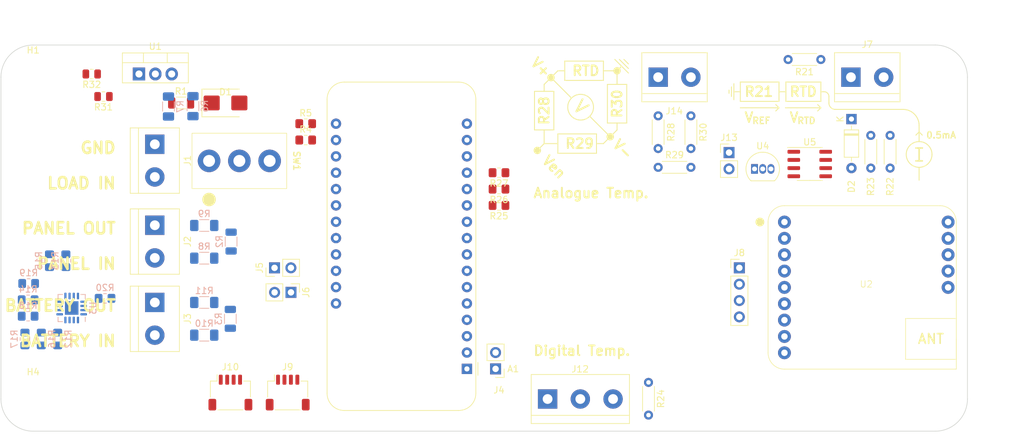
<source format=kicad_pcb>
(kicad_pcb (version 20221018) (generator pcbnew)
  (layers (0 "F.Cu" signal) (31 "B.Cu" signal) (34 "B.Paste" user) (35 "F.Paste" user) (36 "B.SilkS" user "B.Silkscreen") (37 "F.SilkS" user "F.Silkscreen") (38 "B.Mask" user) (39 "F.Mask" user) (44 "Edge.Cuts" user))
  (net 0 "")
  (net 1 "/~{RESET}")
  (net 2 "Net-(A1-3V3)")
  (net 3 "/ADC_REF+")
  (net 4 "GND")
  (net 6 "/ADC_RTD+")
  (net 10 "/SCK")
  (net 11 "/MOSI")
  (net 12 "/MISO")
  (net 13 "/UART_RXuC")
  (net 14 "/UART_TXuC")
  (net 15 "/SDA")
  (net 16 "/SCL")
  (net 17 "/DS18B20_DATA")
  (net 18 "/RADIO_EN")
  (net 19 "/RADIO_CS")
  (net 20 "/RADIO_IRQ")
  (net 21 "/RTD_WHEAT_EN")
  (net 24 "Net-(A1-USB)")
  (net 25 "Net-(A1-EN)")
  (net 27 "/V_BAT")
  (net 28 "/VCC_3V3")
  (net 29 "/V_BUS")
  (net 30 "/V_IN")
  (net 31 "/Isense_VCC_B")
  (net 37 "/Power Monitor/INA3221_IN-3")
  (net 38 "/Power Monitor/INA3221_IN+3")
  (net 39 "/Power Monitor/VCC_INA3221")
  (net 40 "/Power Monitor/INA3221_I2CAddress")
  (net 41 "Net-(U3-SCL)")
  (net 42 "Net-(U3-SDA)")
  (net 46 "/Power Monitor/INA3221_IN-1")
  (net 47 "/Power Monitor/INA3221_IN+1")
  (net 49 "/Power Monitor/INA3221_IN-2")
  (net 50 "/Power Monitor/INA3221_IN+2")
  (net 51 "/Sensors/CC_OUT")
  (net 52 "/Isense_Panel_A")
  (net 53 "/Isense_Panel_B")
  (net 54 "/Isense_Battery_A")
  (net 55 "/Isense_Battery_B")
  (net 56 "/Isense_VCC_A")
  (net 57 "Net-(A1-SCK{slash}D24)")
  (net 58 "Net-(A1-MOSI{slash}D23)")
  (net 59 "Net-(A1-MISO{slash}D22)")
  (net 60 "/Sensors/CC_IN")
  (net 61 "/Sensors/CC_ADJ")
  (net 67 "Net-(U1-ADJ)")
  (footprint "cryoskills_sensor_kit:RSPRO_7347334_SWSlide_SPDT" (layer "F.Cu") (at 95.5 90 -90)
    (fp_text reference "SW1" (at 0 -8.89 -90 unlocked) (layer "F.SilkS") (effects (font (thickness 0.2) bold)))
    (fp_text value "SPDT Switch")
    (pad "1" thru_hole circle (at 0 4.7 270) (size 3.5 3.5) (drill 1.85) (layers "*.Cu" "*.Mask") (net 27 "/V_BAT"))
    (pad "2" thru_hole circle (at 0 0 270) (size 3.5 3.5) (drill 1.85) (layers "*.Cu" "*.Mask") (net 30 "/V_IN"))
    (pad "3" thru_hole circle (at 0 -4.7 270) (size 3.5 3.5) (drill 1.85) (layers "*.Cu" "*.Mask") (net 29 "/V_BUS"))
  )
  (footprint "Connector_PinHeader_2.54mm:PinHeader_1x02_P2.54mm_Vertical" (layer "F.Cu") (at 103.51 110.430003 -90)
    (fp_text reference "J6" (at 0 -2.33 90) (layer "F.SilkS"))
    (fp_text value "Conn_01x02")
    (pad "1" thru_hole rect (at 0 0 270) (size 1.7 1.7) (drill 1) (layers "*.Cu" "*.Mask") (net 25 "Net-(A1-EN)"))
    (pad "2" thru_hole oval (at 0 2.54 270) (size 1.7 1.7) (drill 1) (layers "*.Cu" "*.Mask") (net 4 "GND"))
  )
  (footprint "Resistor_SMD:R_0805_2012Metric_Pad1.20x1.40mm_HandSolder" (layer "F.Cu") (at 105.797499 84.219999)
    (fp_text reference "R5" (at 0 -1.65) (layer "F.SilkS"))
    (fp_text value "4.7k")
    (pad "1" smd roundrect (at -1 0) (size 1.2 1.4) (layers "F.Cu" "F.Paste" "F.Mask") (roundrect_rratio 0.208333) (net 28 "/VCC_3V3"))
    (pad "2" smd roundrect (at 1 0) (size 1.2 1.4) (layers "F.Cu" "F.Paste" "F.Mask") (roundrect_rratio 0.208333) (net 15 "/SDA"))
  )
  (footprint "Connector_PinHeader_2.54mm:PinHeader_1x04_P2.54mm_Vertical" (layer "F.Cu") (at 173.1 106.62)
    (fp_text reference "J8" (at 0 -2.33) (layer "F.SilkS"))
    (fp_text value "SPI_BREAKOUT")
    (pad "1" thru_hole rect (at 0 0) (size 1.7 1.7) (drill 1) (layers "*.Cu" "*.Mask") (net 4 "GND"))
    (pad "2" thru_hole oval (at 0 2.54) (size 1.7 1.7) (drill 1) (layers "*.Cu" "*.Mask") (net 10 "/SCK"))
    (pad "3" thru_hole oval (at 0 5.08) (size 1.7 1.7) (drill 1) (layers "*.Cu" "*.Mask") (net 11 "/MOSI"))
    (pad "4" thru_hole oval (at 0 7.62) (size 1.7 1.7) (drill 1) (layers "*.Cu" "*.Mask") (net 12 "/MISO"))
  )
  (footprint "cryoskills_sensor_kit:TerminalBlock_Multicomp_5.08_3way_MP012060" (layer "F.Cu") (at 143.34 127)
    (fp_text reference "J12" (at 5.05 -4.65) (layer "F.SilkS"))
    (fp_text value "DS18B20")
    (pad "1" thru_hole rect (at 0 0) (size 3 3) (drill 1.52) (layers "*.Cu" "*.Mask") (net 4 "GND"))
    (pad "2" thru_hole circle (at 5.08 0) (size 3 3) (drill 1.52) (layers "*.Cu" "*.Mask") (net 28 "/VCC_3V3"))
    (pad "3" thru_hole circle (at 10.16 0) (size 3 3) (drill 1.52) (layers "*.Cu" "*.Mask") (net 17 "/DS18B20_DATA"))
  )
  (footprint "cryoskills_sensor_kit:TerminalBlock_Multicomp_5.08_2way_MP012059" (layer "F.Cu") (at 82.38 87.42 -90)
    (fp_text reference "J1" (at 2.54 -5.08 90) (layer "F.SilkS"))
    (fp_text value "PWR_In")
    (pad "1" thru_hole rect (at 0 0 270) (size 3 3) (drill 1.52) (layers "*.Cu" "*.Mask") (net 4 "GND"))
    (pad "2" thru_hole circle (at 5.08 0 270) (size 3 3) (drill 1.52) (layers "*.Cu" "*.Mask") (net 27 "/V_BAT"))
  )
  (footprint "Resistor_THT:R_Axial_DIN0204_L3.6mm_D1.6mm_P5.08mm_Horizontal" (layer "F.Cu") (at 193.5 91.12 90)
    (fp_text reference "R23" (at -2.88 0 90) (layer "F.SilkS"))
    (fp_text value "2.4k")
    (pad "1" thru_hole circle (at 0 0 90) (size 1.4 1.4) (drill 0.7) (layers "*.Cu" "*.Mask") (net 61 "/Sensors/CC_ADJ"))
    (pad "2" thru_hole oval (at 5.08 0 90) (size 1.4 1.4) (drill 0.7) (layers "*.Cu" "*.Mask") (net 6 "/ADC_RTD+"))
  )
  (footprint "MountingHole:MountingHole_3.2mm_M3" (layer "F.Cu") (at 203.5 77)
    (fp_text reference "H2" hide)
    (fp_text value "MountingHole")
    (pad "" np_thru_hole circle (at 0 0) (size 3.2 3.2) (drill 3.2) (layers "*.Cu" "*.Mask"))
  )
  (footprint "cryoskills_sensor_kit:TerminalBlock_Multicomp_5.08_2way_MP012059" (layer "F.Cu") (at 190.42 77)
    (fp_text reference "J7" (at 2.54 -5.08) (layer "F.SilkS"))
    (fp_text value "PT1000_RTD_CC")
    (pad "1" thru_hole rect (at 0 0) (size 3 3) (drill 1.52) (layers "*.Cu" "*.Mask") (net 6 "/ADC_RTD+"))
    (pad "2" thru_hole circle (at 5.08 0) (size 3 3) (drill 1.52) (layers "*.Cu" "*.Mask") (net 3 "/ADC_REF+"))
  )
  (footprint "MountingHole:MountingHole_3.2mm_M3" (layer "F.Cu") (at 203.5 127)
    (fp_text reference "H3" hide)
    (fp_text value "MountingHole")
    (pad "" np_thru_hole circle (at 0 0) (size 3.2 3.2) (drill 3.2) (layers "*.Cu" "*.Mask"))
  )
  (footprint "Connector_PinHeader_2.54mm:PinHeader_1x02_P2.54mm_Vertical" (layer "F.Cu") (at 135.267498 122.32 180)
    (fp_text reference "J4" (at -0.530001 -3.3) (layer "F.SilkS"))
    (fp_text value "Conn_01x02")
    (pad "1" thru_hole rect (at 0 0 180) (size 1.7 1.7) (drill 1) (layers "*.Cu" "*.Mask") (net 28 "/VCC_3V3"))
    (pad "2" thru_hole oval (at 0 2.54 180) (size 1.7 1.7) (drill 1) (layers "*.Cu" "*.Mask") (net 2 "Net-(A1-3V3)"))
  )
  (footprint "Resistor_SMD:R_0805_2012Metric_Pad1.20x1.40mm_HandSolder" (layer "F.Cu") (at 135.797499 94.38 180)
    (fp_text reference "R26" (at 0 -1.65) (layer "F.SilkS"))
    (fp_text value "0R")
    (pad "1" smd roundrect (at -1 0 180) (size 1.2 1.4) (layers "F.Cu" "F.Paste" "F.Mask") (roundrect_rratio 0.208333) (net 11 "/MOSI"))
    (pad "2" smd roundrect (at 1 0 180) (size 1.2 1.4) (layers "F.Cu" "F.Paste" "F.Mask") (roundrect_rratio 0.208333) (net 58 "Net-(A1-MOSI{slash}D23)"))
  )
  (footprint "Resistor_THT:R_Axial_DIN0204_L3.6mm_D1.6mm_P5.08mm_Horizontal" (layer "F.Cu") (at 185.75 74.25 180)
    (fp_text reference "R21" (at 2.54 -1.92) (layer "F.SilkS"))
    (fp_text value "3k")
    (pad "1" thru_hole circle (at 0 0 180) (size 1.4 1.4) (drill 0.7) (layers "*.Cu" "*.Mask") (net 3 "/ADC_REF+"))
    (pad "2" thru_hole oval (at 5.08 0 180) (size 1.4 1.4) (drill 0.7) (layers "*.Cu" "*.Mask") (net 4 "GND"))
  )
  (footprint "Resistor_SMD:R_0805_2012Metric_Pad1.20x1.40mm_HandSolder" (layer "F.Cu") (at 105.797501 86.759997)
    (fp_text reference "R4" (at 0 -1.65) (layer "F.SilkS"))
    (fp_text value "4.7k")
    (pad "1" smd roundrect (at -1 0) (size 1.2 1.4) (layers "F.Cu" "F.Paste" "F.Mask") (roundrect_rratio 0.208333) (net 28 "/VCC_3V3"))
    (pad "2" smd roundrect (at 1 0) (size 1.2 1.4) (layers "F.Cu" "F.Paste" "F.Mask") (roundrect_rratio 0.208333) (net 16 "/SCL"))
  )
  (footprint "Resistor_THT:R_Axial_DIN0204_L3.6mm_D1.6mm_P5.08mm_Horizontal" (layer "F.Cu") (at 159 124.420001 -90)
    (fp_text reference "R24" (at 2.54 -1.92 90) (layer "F.SilkS"))
    (fp_text value "4.7k")
    (pad "1" thru_hole circle (at 0 0 270) (size 1.4 1.4) (drill 0.7) (layers "*.Cu" "*.Mask") (net 28 "/VCC_3V3"))
    (pad "2" thru_hole oval (at 5.08 0 270) (size 1.4 1.4) (drill 0.7) (layers "*.Cu" "*.Mask") (net 17 "/DS18B20_DATA"))
  )
  (footprint "Resistor_THT:R_Axial_DIN0204_L3.6mm_D1.6mm_P5.08mm_Horizontal" (layer "F.Cu") (at 160.5 91)
    (fp_text reference "R29" (at 2.54 -1.92) (layer "F.SilkS"))
    (fp_text value "3k")
    (pad "1" thru_hole circle (at 0 0) (size 1.4 1.4) (drill 0.7) (layers "*.Cu" "*.Mask") (net 3 "/ADC_REF+"))
    (pad "2" thru_hole oval (at 5.08 0) (size 1.4 1.4) (drill 0.7) (layers "*.Cu" "*.Mask") (net 3 "/ADC_REF+"))
  )
  (footprint "cryoskills_sensor_kit:TerminalBlock_Multicomp_5.08_2way_MP012059" (layer "F.Cu") (at 160.5 77)
    (fp_text reference "J14" (at 2.5 5.25 180) (layer "F.SilkS"))
    (fp_text value "PT1000_RTD_WHEAT")
    (pad "1" thru_hole rect (at 0 0) (size 3 3) (drill 1.52) (layers "*.Cu" "*.Mask") (net 6 "/ADC_RTD+"))
    (pad "2" thru_hole circle (at 5.08 0) (size 3 3) (drill 1.52) (layers "*.Cu" "*.Mask") (net 4 "GND"))
  )
  (footprint "Diode_SMD:D_SMB" (layer "F.Cu") (at 93.35 81)
    (fp_text reference "D1" (at 0 -1.7) (layer "F.SilkS"))
    (fp_text value "D")
    (pad "1" smd roundrect (at -2.15 0) (size 2.5 2.3) (layers "F.Cu" "F.Paste" "F.Mask") (roundrect_rratio 0.1086956522) (net 56 "/Isense_VCC_A"))
    (pad "2" smd roundrect (at 2.15 0) (size 2.5 2.3) (layers "F.Cu" "F.Paste" "F.Mask") (roundrect_rratio 0.1086956522) (net 30 "/V_IN"))
  )
  (footprint "cryoskills_sensor_kit:TerminalBlock_Multicomp_5.08_2way_MP012059" (layer "F.Cu") (at 82.38 100 -90)
    (fp_text reference "J2" (at 2.54 -5.08 90) (layer "F.SilkS"))
    (fp_text value "PWR_SENSE_Panel")
    (pad "1" thru_hole rect (at 0 0 270) (size 3 3) (drill 1.52) (layers "*.Cu" "*.Mask") (net 53 "/Isense_Panel_B"))
    (pad "2" thru_hole circle (at 5.08 0 270) (size 3 3) (drill 1.52) (layers "*.Cu" "*.Mask") (net 52 "/Isense_Panel_A"))
  )
  (footprint "Diode_THT:D_DO-35_SOD27_P7.62mm_Horizontal" (layer "F.Cu") (at 190.5 83.5 -90)
    (fp_text reference "D2" (at 10.5 0 90) (layer "F.SilkS"))
    (fp_text value "1N4149")
    (fp_text user "K" (at 0 1.75 90) (layer "F.SilkS"))
    (pad "1" thru_hole rect (at 0 0 270) (size 1.6 1.6) (drill 0.8) (layers "*.Cu" "*.Mask") (net 6 "/ADC_RTD+"))
    (pad "2" thru_hole oval (at 7.62 0 270) (size 1.6 1.6) (drill 0.8) (layers "*.Cu" "*.Mask") (net 51 "/Sensors/CC_OUT"))
  )
  (footprint "Module:Adafruit_Feather" (layer "F.Cu") (at 130.82 122.32 180)
    (fp_text reference "A1" (at -7.18 0) (layer "F.SilkS"))
    (fp_text value "Adafruit_Feather_M0_Adalogger")
    (pad "1" thru_hole rect (at 0 0) (size 1.6 1.6) (drill 0.8) (layers "*.Cu" "*.Mask") (net 1 "/~{RESET}"))
    (pad "2" thru_hole circle (at 0 2.54) (size 1.6 1.6) (drill 0.8) (layers "*.Cu" "*.Mask") (net 2 "Net-(A1-3V3)"))
    (pad "3" thru_hole circle (at 0 5.08) (size 1.6 1.6) (drill 0.8) (layers "*.Cu" "*.Mask") (net 3 "/ADC_REF+"))
    (pad "4" thru_hole circle (at 0 7.62) (size 1.6 1.6) (drill 0.8) (layers "*.Cu" "*.Mask") (net 4 "GND"))
    (pad "5" thru_hole circle (at 0 10.16) (size 1.6 1.6) (drill 0.8) (layers "*.Cu" "*.Mask"))
    (pad "6" thru_hole circle (at 0 12.7) (size 1.6 1.6) (drill 0.8) (layers "*.Cu" "*.Mask") (net 6 "/ADC_RTD+"))
    (pad "7" thru_hole circle (at 0 15.24) (size 1.6 1.6) (drill 0.8) (layers "*.Cu" "*.Mask") (net 3 "/ADC_REF+"))
    (pad "8" thru_hole circle (at 0 17.78) (size 1.6 1.6) (drill 0.8) (layers "*.Cu" "*.Mask"))
    (pad "9" thru_hole circle (at 0 20.32) (size 1.6 1.6) (drill 0.8) (layers "*.Cu" "*.Mask"))
    (pad "10" thru_hole circle (at 0 22.86) (size 1.6 1.6) (drill 0.8) (layers "*.Cu" "*.Mask"))
    (pad "11" thru_hole circle (at 0 25.4) (size 1.6 1.6) (drill 0.8) (layers "*.Cu" "*.Mask") (net 57 "Net-(A1-SCK{slash}D24)"))
    (pad "12" thru_hole circle (at 0 27.94) (size 1.6 1.6) (drill 0.8) (layers "*.Cu" "*.Mask") (net 58 "Net-(A1-MOSI{slash}D23)"))
    (pad "13" thru_hole circle (at 0 30.48) (size 1.6 1.6) (drill 0.8) (layers "*.Cu" "*.Mask") (net 59 "Net-(A1-MISO{slash}D22)"))
    (pad "14" thru_hole circle (at 0 33.02) (size 1.6 1.6) (drill 0.8) (layers "*.Cu" "*.Mask") (net 13 "/UART_RXuC"))
    (pad "15" thru_hole circle (at 0 35.56) (size 1.6 1.6) (drill 0.8) (layers "*.Cu" "*.Mask") (net 14 "/UART_TXuC"))
    (pad "16" thru_hole circle (at 0 38.1) (size 1.6 1.6) (drill 0.8) (layers "*.Cu" "*.Mask") (net 4 "GND"))
    (pad "17" thru_hole circle (at 20.32 38.1) (size 1.6 1.6) (drill 0.8) (layers "*.Cu" "*.Mask") (net 15 "/SDA"))
    (pad "18" thru_hole circle (at 20.32 35.56) (size 1.6 1.6) (drill 0.8) (layers "*.Cu" "*.Mask") (net 16 "/SCL"))
    (pad "19" thru_hole circle (at 20.32 33.02) (size 1.6 1.6) (drill 0.8) (layers "*.Cu" "*.Mask") (net 17 "/DS18B20_DATA"))
    (pad "20" thru_hole circle (at 20.32 30.48) (size 1.6 1.6) (drill 0.8) (layers "*.Cu" "*.Mask") (net 18 "/RADIO_EN"))
    (pad "21" thru_hole circle (at 20.32 27.94) (size 1.6 1.6) (drill 0.8) (layers "*.Cu" "*.Mask") (net 19 "/RADIO_CS"))
    (pad "22" thru_hole circle (at 20.32 25.4) (size 1.6 1.6) (drill 0.8) (layers "*.Cu" "*.Mask") (net 20 "/RADIO_IRQ"))
    (pad "23" thru_hole circle (at 20.32 22.86) (size 1.6 1.6) (drill 0.8) (layers "*.Cu" "*.Mask") (net 21 "/RTD_WHEAT_EN"))
    (pad "24" thru_hole circle (at 20.32 20.32) (size 1.6 1.6) (drill 0.8) (layers "*.Cu" "*.Mask"))
    (pad "25" thru_hole circle (at 20.32 17.78) (size 1.6 1.6) (drill 0.8) (layers "*.Cu" "*.Mask"))
    (pad "26" thru_hole circle (at 20.32 15.24) (size 1.6 1.6) (drill 0.8) (layers "*.Cu" "*.Mask") (net 24 "Net-(A1-USB)"))
    (pad "27" thru_hole circle (at 20.32 12.7) (size 1.6 1.6) (drill 0.8) (layers "*.Cu" "*.Mask") (net 25 "Net-(A1-EN)"))
    (pad "28" thru_hole circle (at 20.32 10.16) (size 1.6 1.6) (drill 0.8) (layers "*.Cu" "*.Mask"))
  )
  (footprint "Connector_PinHeader_2.54mm:PinHeader_1x02_P2.54mm_Vertical" (layer "F.Cu") (at 100.96 106.62 90)
    (fp_text reference "J5" (at 0 -2.33 90) (layer "F.SilkS"))
    (fp_text value "Conn_01x02")
    (pad "1" thru_hole rect (at 0 0 90) (size 1.7 1.7) (drill 1) (layers "*.Cu" "*.Mask") (net 29 "/V_BUS"))
    (pad "2" thru_hole oval (at 0 2.54 90) (size 1.7 1.7) (drill 1) (layers "*.Cu" "*.Mask") (net 24 "Net-(A1-USB)"))
  )
  (footprint "Resistor_SMD:R_0805_2012Metric_Pad1.20x1.40mm_HandSolder" (layer "F.Cu") (at 135.797499 91.84 180)
    (fp_text reference "R27" (at 0 -1.65) (layer "F.SilkS"))
    (fp_text value "0R")
    (pad "1" smd roundrect (at -1 0 180) (size 1.2 1.4) (layers "F.Cu" "F.Paste" "F.Mask") (roundrect_rratio 0.208333) (net 12 "/MISO"))
    (pad "2" smd roundrect (at 1 0 180) (size 1.2 1.4) (layers "F.Cu" "F.Paste" "F.Mask") (roundrect_rratio 0.208333) (net 59 "Net-(A1-MISO{slash}D22)"))
  )
  (footprint "Resistor_THT:R_Axial_DIN0204_L3.6mm_D1.6mm_P5.08mm_Horizontal" (layer "F.Cu") (at 160.5 88.08 90)
    (fp_text reference "R28" (at 2.54 2 90) (layer "F.SilkS"))
    (fp_text value "3k")
    (pad "1" thru_hole circle (at 0 0 90) (size 1.4 1.4) (drill 0.7) (layers "*.Cu" "*.Mask") (net 3 "/ADC_REF+"))
    (pad "2" thru_hole oval (at 5.08 0 90) (size 1.4 1.4) (drill 0.7) (layers "*.Cu" "*.Mask") (net 6 "/ADC_RTD+"))
  )
  (footprint "MountingHole:MountingHole_3.2mm_M3" (layer "F.Cu") (at 63.5 127)
    (fp_text reference "H4" (at 0 -4.2) (layer "F.SilkS"))
    (fp_text value "MountingHole")
    (pad "" np_thru_hole circle (at 0 0) (size 3.2 3.2) (drill 3.2) (layers "*.Cu" "*.Mask"))
  )
  (footprint "Package_TO_SOT_THT:TO-220-3_Vertical" (layer "F.Cu") (at 79.92 76.5)
    (fp_text reference "U1" (at 2.54 -4.27) (layer "F.SilkS"))
    (fp_text value "LM317_TO-220")
    (pad "1" thru_hole rect (at 0 0) (size 1.905 2) (drill 1.1) (layers "*.Cu" "*.Mask") (net 67 "Net-(U1-ADJ)"))
    (pad "2" thru_hole oval (at 2.54 0) (size 1.905 2) (drill 1.1) (layers "*.Cu" "*.Mask") (net 28 "/VCC_3V3"))
    (pad "3" thru_hole oval (at 5.08 0) (size 1.905 2) (drill 1.1) (layers "*.Cu" "*.Mask") (net 31 "/Isense_VCC_B"))
  )
  (footprint "cryoskills_sensor_kit:TerminalBlock_Multicomp_5.08_2way_MP012059" (layer "F.Cu") (at 82.38 112 -90)
    (fp_text reference "J3" (at 2.54 -5.08 90) (layer "F.SilkS"))
    (fp_text value "PWR_SENSE_Battery")
    (pad "1" thru_hole rect (at 0 0 270) (size 3 3) (drill 1.52) (layers "*.Cu" "*.Mask") (net 55 "/Isense_Battery_B"))
    (pad "2" thru_hole circle (at 5.08 0 270) (size 3 3) (drill 1.52) (layers "*.Cu" "*.Mask") (net 54 "/Isense_Battery_A"))
  )
  (footprint "MountingHole:MountingHole_3.2mm_M3" (layer "F.Cu") (at 63.5 77)
    (fp_text reference "H1" (at 0 -4.2) (layer "F.SilkS"))
    (fp_text value "MountingHole")
    (pad "" np_thru_hole circle (at 0 0) (size 3.2 3.2) (drill 3.2) (layers "*.Cu" "*.Mask"))
  )
  (footprint "Resistor_SMD:R_0805_2012Metric" (layer "F.Cu") (at 74.4125 80 180)
    (fp_text reference "R31" (at 0 -1.65) (layer "F.SilkS"))
    (fp_text value "1.2k")
    (pad "1" smd roundrect (at -0.9125 0 180) (size 1.025 1.4) (layers "F.Cu" "F.Paste" "F.Mask") (roundrect_rratio 0.243902) (net 28 "/VCC_3V3"))
    (pad "2" smd roundrect (at 0.9125 0 180) (size 1.025 1.4) (layers "F.Cu" "F.Paste" "F.Mask") (roundrect_rratio 0.243902) (net 67 "Net-(U1-ADJ)"))
  )
  (footprint "cryoskills_sensor_kit:RFM96W" (layer "F.Cu") (at 192.8 109.66)
    (fp_text reference "U2" (at 0 -0.5 unlocked) (layer "F.SilkS") (effects (font (thickness 0.1))))
    (fp_text value "RFM96W")
    (fp_text user "ANT" (at 10.035 8.001 unlocked) (layer "F.SilkS") (effects (font (size 1.5 1.5) (thickness 0.25) bold)))
    (pad "1" thru_hole circle (at -12.7 -10.16 270) (size 2 2) (drill 1) (layers "*.Cu" "*.Mask") (net 28 "/VCC_3V3"))
    (pad "2" thru_hole circle (at -12.7 -7.62 270) (size 2 2) (drill 1) (layers "*.Cu" "*.Mask") (net 4 "GND"))
    (pad "3" thru_hole circle (at -12.7 -5.08 270) (size 2 2) (drill 1) (layers "*.Cu" "*.Mask") (net 18 "/RADIO_EN"))
    (pad "4" thru_hole circle (at -12.7 -2.54 270) (size 2 2) (drill 1) (layers "*.Cu" "*.Mask") (net 20 "/RADIO_IRQ"))
    (pad "5" thru_hole circle (at -12.7 0 270) (size 2 2) (drill 1) (layers "*.Cu" "*.Mask") (net 10 "/SCK"))
    (pad "6" thru_hole circle (at -12.7 2.54 270) (size 2 2) (drill 1) (layers "*.Cu" "*.Mask") (net 11 "/MOSI"))
    (pad "7" thru_hole circle (at -12.7 5.08 270) (size 2 2) (drill 1) (layers "*.Cu" "*.Mask") (net 12 "/MISO"))
    (pad "8" thru_hole circle (at -12.7 7.62 270) (size 2 2) (drill 1) (layers "*.Cu" "*.Mask") (net 19 "/RADIO_CS"))
    (pad "9" thru_hole circle (at -12.7 10.16 270) (size 2 2) (drill 1) (layers "*.Cu" "*.Mask") (net 1 "/~{RESET}"))
    (pad "10" thru_hole circle (at 12.7 0 270) (size 2 2) (drill 1) (layers "*.Cu" "*.Mask"))
    (pad "11" thru_hole circle (at 12.7 -2.54 270) (size 2 2) (drill 1) (layers "*.Cu" "*.Mask"))
    (pad "12" thru_hole circle (at 12.7 -5.08 270) (size 2 2) (drill 1) (layers "*.Cu" "*.Mask"))
    (pad "13" thru_hole circle (at 12.7 -7.62 270) (size 2 2) (drill 1) (layers "*.Cu" "*.Mask"))
    (pad "14" thru_hole circle (at 12.7 -10.16 270) (size 2 2) (drill 1) (layers "*.Cu" "*.Mask"))
  )
  (footprint "Resistor_THT:R_Axial_DIN0204_L3.6mm_D1.6mm_P5.08mm_Horizontal" (layer "F.Cu") (at 196.5 86.04 -90)
    (fp_text reference "R22" (at 7.96 0 90) (layer "F.SilkS"))
    (fp_text value "330R")
    (pad "1" thru_hole circle (at 0 0 270) (size 1.4 1.4) (drill 0.7) (layers "*.Cu" "*.Mask") (net 61 "/Sensors/CC_ADJ"))
    (pad "2" thru_hole oval (at 5.08 0 270) (size 1.4 1.4) (drill 0.7) (layers "*.Cu" "*.Mask") (net 51 "/Sensors/CC_OUT"))
  )
  (footprint "Package_SO:SOIC-8_3.9x4.9mm_P1.27mm" (layer "F.Cu") (at 184.025 90.485)
    (fp_text reference "U5" (at 0 -3.4) (layer "F.SilkS"))
    (fp_text value "LM234Z-3")
    (pad "1" smd roundrect (at -2.475 -1.905) (size 1.95 0.6) (layers "F.Cu" "F.Paste" "F.Mask") (net 61 "/Sensors/CC_ADJ"))
    (pad "2" smd roundrect (at -2.475 -0.635) (size 1.95 0.6) (layers "F.Cu" "F.Paste" "F.Mask"))
    (pad "3" smd roundrect (at -2.475 0.635) (size 1.95 0.6) (layers "F.Cu" "F.Paste" "F.Mask"))
    (pad "4" smd roundrect (at -2.475 1.905) (size 1.95 0.6) (layers "F.Cu" "F.Paste" "F.Mask") (net 60 "/Sensors/CC_IN"))
    (pad "5" smd roundrect (at 2.475 1.905) (size 1.95 0.6) (layers "F.Cu" "F.Paste" "F.Mask"))
    (pad "6" smd roundrect (at 2.475 0.635) (size 1.95 0.6) (layers "F.Cu" "F.Paste" "F.Mask") (net 51 "/Sensors/CC_OUT"))
    (pad "7" smd roundrect (at 2.475 -0.635) (size 1.95 0.6) (layers "F.Cu" "F.Paste" "F.Mask"))
    (pad "8" smd roundrect (at 2.475 -1.905) (size 1.95 0.6) (layers "F.Cu" "F.Paste" "F.Mask"))
  )
  (footprint "Resistor_SMD:R_0805_2012Metric_Pad1.20x1.40mm_HandSolder" (layer "F.Cu") (at 135.797501 96.920001 180)
    (fp_text reference "R25" (at 0 -1.65) (layer "F.SilkS"))
    (fp_text value "0R")
    (pad "1" smd roundrect (at -1 0 180) (size 1.2 1.4) (layers "F.Cu" "F.Paste" "F.Mask") (roundrect_rratio 0.208333) (net 10 "/SCK"))
    (pad "2" smd roundrect (at 1 0 180) (size 1.2 1.4) (layers "F.Cu" "F.Paste" "F.Mask") (roundrect_rratio 0.208333) (net 57 "Net-(A1-SCK{slash}D24)"))
  )
  (footprint "Package_TO_SOT_THT:TO-92_Inline" (layer "F.Cu") (at 175.46 91.25)
    (fp_text reference "U4" (at 1.27 -3.56) (layer "F.SilkS"))
    (fp_text value "LM334Z")
    (pad "1" thru_hole rect (at 0 0) (size 1.05 1.5) (drill 0.75) (layers "*.Cu" "*.Mask") (net 60 "/Sensors/CC_IN"))
    (pad "2" thru_hole oval (at 1.27 0) (size 1.05 1.5) (drill 0.75) (layers "*.Cu" "*.Mask") (net 61 "/Sensors/CC_ADJ"))
    (pad "3" thru_hole oval (at 2.54 0) (size 1.05 1.5) (drill 0.75) (layers "*.Cu" "*.Mask") (net 51 "/Sensors/CC_OUT"))
  )
  (footprint "Connector_JST:JST_SH_SM04B-SRSS-TB_1x04-1MP_P1.00mm_Horizontal" (layer "F.Cu") (at 94.109999 126)
    (fp_text reference "J10" (at 0 -3.98) (layer "F.SilkS"))
    (fp_text value "QWIIC_I2C_2")
    (pad "1" smd roundrect (at -1.5 -2) (size 0.6 1.55) (layers "F.Cu" "F.Paste" "F.Mask") (net 4 "GND"))
    (pad "2" smd roundrect (at -0.5 -2) (size 0.6 1.55) (layers "F.Cu" "F.Paste" "F.Mask") (net 28 "/VCC_3V3"))
    (pad "3" smd roundrect (at 0.5 -2) (size 0.6 1.55) (layers "F.Cu" "F.Paste" "F.Mask") (net 16 "/SCL"))
    (pad "4" smd roundrect (at 1.5 -2) (size 0.6 1.55) (layers "F.Cu" "F.Paste" "F.Mask") (net 15 "/SDA"))
    (pad "MP" smd roundrect (at -2.8 1.875) (size 1.2 1.8) (layers "F.Cu" "F.Paste" "F.Mask") (roundrect_rratio 0.208333))
    (pad "MP" smd roundrect (at 2.8 1.875) (size 1.2 1.8) (layers "F.Cu" "F.Paste" "F.Mask") (roundrect_rratio 0.208333))
  )
  (footprint "Connector_JST:JST_SH_SM04B-SRSS-TB_1x04-1MP_P1.00mm_Horizontal" (layer "F.Cu") (at 103 126)
    (fp_text reference "J9" (at 0 -3.98) (layer "F.SilkS"))
    (fp_text value "QWIIC_I2C_1")
    (pad "1" smd roundrect (at -1.5 -2) (size 0.6 1.55) (layers "F.Cu" "F.Paste" "F.Mask") (net 4 "GND"))
    (pad "2" smd roundrect (at -0.5 -2) (size 0.6 1.55) (layers "F.Cu" "F.Paste" "F.Mask") (net 28 "/VCC_3V3"))
    (pad "3" smd roundrect (at 0.5 -2) (size 0.6 1.55) (layers "F.Cu" "F.Paste" "F.Mask") (net 16 "/SCL"))
    (pad "4" smd roundrect (at 1.5 -2) (size 0.6 1.55) (layers "F.Cu" "F.Paste" "F.Mask") (net 15 "/SDA"))
    (pad "MP" smd roundrect (at -2.8 1.875) (size 1.2 1.8) (layers "F.Cu" "F.Paste" "F.Mask") (roundrect_rratio 0.208333))
    (pad "MP" smd roundrect (at 2.8 1.875) (size 1.2 1.8) (layers "F.Cu" "F.Paste" "F.Mask") (roundrect_rratio 0.208333))
  )
  (footprint "Resistor_SMD:R_1206_3216Metric" (layer "F.Cu") (at 86.4625 81)
    (fp_text reference "R1" (at 0 -1.82) (layer "F.SilkS"))
    (fp_text value "0.1 Ohm")
    (pad "1" smd roundrect (at -1.4625 0) (size 1.125 1.75) (layers "F.Cu" "F.Paste" "F.Mask") (roundrect_rratio 0.222222) (net 31 "/Isense_VCC_B"))
    (pad "2" smd roundrect (at 1.4625 0) (size 1.125 1.75) (layers "F.Cu" "F.Paste" "F.Mask") (roundrect_rratio 0.222222) (net 56 "/Isense_VCC_A"))
  )
  (footprint "Resistor_SMD:R_0805_2012Metric" (layer "F.Cu") (at 72.5875 76.5 180)
    (fp_text reference "R32" (at 0 -1.65) (layer "F.SilkS"))
    (fp_text value "1.8k")
    (pad "1" smd roundrect (at -0.9125 0 180) (size 1.025 1.4) (layers "F.Cu" "F.Paste" "F.Mask") (roundrect_rratio 0.243902) (net 67 "Net-(U1-ADJ)"))
    (pad "2" smd roundrect (at 0.9125 0 180) (size 1.025 1.4) (layers "F.Cu" "F.Paste" "F.Mask") (roundrect_rratio 0.243902) (net 4 "GND"))
  )
  (footprint "Resistor_THT:R_Axial_DIN0204_L3.6mm_D1.6mm_P5.08mm_Horizontal" (layer "F.Cu") (at 165.58 88.08 90)
    (fp_text reference "R30" (at 2.54 1.92 90) (layer "F.SilkS"))
    (fp_text value "1k")
    (pad "1" thru_hole circle (at 0 0 90) (size 1.4 1.4) (drill 0.7) (layers "*.Cu" "*.Mask") (net 3 "/ADC_REF+"))
    (pad "2" thru_hole oval (at 5.08 0 90) (size 1.4 1.4) (drill 0.7) (layers "*.Cu" "*.Mask") (net 4 "GND"))
  )
  (footprint "Connector_PinHeader_2.54mm:PinHeader_1x02_P2.54mm_Vertical" (layer "F.Cu") (at 171.5 88.71)
    (fp_text reference "J13" (at 0 -2.33) (layer "F.SilkS"))
    (fp_text value "Conn_01x02")
    (pad "1" thru_hole rect (at 0 0) (size 1.7 1.7) (drill 1) (layers "*.Cu" "*.Mask") (net 28 "/VCC_3V3"))
    (pad "2" thru_hole oval (at 0 2.54) (size 1.7 1.7) (drill 1) (layers "*.Cu" "*.Mask") (net 60 "/Sensors/CC_IN"))
  )
  (footprint "Resistor_SMD:R_1206_3216Metric_Pad1.30x1.75mm_HandSolder" (layer "B.Cu") (at 90.05 100.037501 180)
    (fp_text reference "R9" (at 0 1.82) (layer "B.SilkS") (effects (justify mirror)))
    (fp_text value "10 Ohm")
    (pad "1" smd roundrect (at -1.55 0 180) (size 1.3 1.75) (layers "B.Cu" "B.Paste" "B.Mask") (roundrect_rratio 0.192308) (net 53 "/Isense_Panel_B"))
    (pad "2" smd roundrect (at 1.55 0 180) (size 1.3 1.75) (layers "B.Cu" "B.Paste" "B.Mask") (roundrect_rratio 0.192308) (net 49 "/Power Monitor/INA3221_IN-2"))
  )
  (footprint "Package_DFN_QFN:Texas_RGV_S-PVQFN-N16_EP2.1x2.1mm" (layer "B.Cu") (at 69.475 112.862499 90)
    (fp_text reference "U3" (at 0 3.320001 90) (layer "B.SilkS") (effects (justify mirror)))
    (fp_text value "INA3221")
    (pad "1" smd roundrect (at -1.8625 0.975 90) (size 1.025 0.35) (layers "B.Cu" "B.Paste" "B.Mask") (net 37 "/Power Monitor/INA3221_IN-3"))
    (pad "2" smd roundrect (at -1.8625 0.325 90) (size 1.025 0.35) (layers "B.Cu" "B.Paste" "B.Mask") (net 38 "/Power Monitor/INA3221_IN+3"))
    (pad "3" smd roundrect (at -1.8625 -0.325 90) (size 1.025 0.35) (layers "B.Cu" "B.Paste" "B.Mask") (net 4 "GND"))
    (pad "4" smd roundrect (at -1.8625 -0.975 90) (size 1.025 0.35) (layers "B.Cu" "B.Paste" "B.Mask") (net 39 "/Power Monitor/VCC_INA3221"))
    (pad "5" smd roundrect (at -0.975 -1.8625 90) (size 0.35 1.025) (layers "B.Cu" "B.Paste" "B.Mask") (net 40 "/Power Monitor/INA3221_I2CAddress"))
    (pad "6" smd roundrect (at -0.325 -1.8625 90) (size 0.35 1.025) (layers "B.Cu" "B.Paste" "B.Mask") (net 41 "Net-(U3-SCL)"))
    (pad "7" smd roundrect (at 0.325 -1.8625 90) (size 0.35 1.025) (layers "B.Cu" "B.Paste" "B.Mask") (net 42 "Net-(U3-SDA)"))
    (pad "8" smd roundrect (at 0.975 -1.8625 90) (size 0.35 1.025) (layers "B.Cu" "B.Paste" "B.Mask"))
    (pad "9" smd roundrect (at 1.8625 -0.975 90) (size 1.025 0.35) (layers "B.Cu" "B.Paste" "B.Mask"))
    (pad "10" smd roundrect (at 1.8625 -0.325 90) (size 1.025 0.35) (layers "B.Cu" "B.Paste" "B.Mask"))
    (pad "11" smd roundrect (at 1.8625 0.325 90) (size 1.025 0.35) (layers "B.Cu" "B.Paste" "B.Mask") (net 46 "/Power Monitor/INA3221_IN-1"))
    (pad "12" smd roundrect (at 1.8625 0.975 90) (size 1.025 0.35) (layers "B.Cu" "B.Paste" "B.Mask") (net 47 "/Power Monitor/INA3221_IN+1"))
    (pad "13" smd roundrect (at 0.975 1.8625 90) (size 0.35 1.025) (layers "B.Cu" "B.Paste" "B.Mask"))
    (pad "14" smd roundrect (at 0.325 1.8625 90) (size 0.35 1.025) (layers "B.Cu" "B.Paste" "B.Mask") (net 49 "/Power Monitor/INA3221_IN-2"))
    (pad "15" smd roundrect (at -0.325 1.8625 90) (size 0.35 1.025) (layers "B.Cu" "B.Paste" "B.Mask") (net 50 "/Power Monitor/INA3221_IN+2"))
    (pad "16" smd roundrect (at -0.975 1.8625 90) (size 0.35 1.025) (layers "B.Cu" "B.Paste" "B.Mask") (net 39 "/Power Monitor/VCC_INA3221"))
    (pad "17" smd rect (at 0 0 90) (size 2.1 2.1) (layers "B.Cu" "B.Mask") (net 4 "GND"))
  )
  (footprint "Resistor_SMD:R_1206_3216Metric" (layer "B.Cu") (at 94.22 102.5375 -90)
    (fp_text reference "R2" (at 0 1.82 90) (layer "B.SilkS") (effects (justify mirror)))
    (fp_text value "0.1 Ohm")
    (pad "1" smd roundrect (at -1.4625 0 270) (size 1.125 1.75) (layers "B.Cu" "B.Paste" "B.Mask") (roundrect_rratio 0.222222) (net 53 "/Isense_Panel_B"))
    (pad "2" smd roundrect (at 1.4625 0 270) (size 1.125 1.75) (layers "B.Cu" "B.Paste" "B.Mask") (roundrect_rratio 0.222222) (net 52 "/Isense_Panel_A"))
  )
  (footprint "Resistor_SMD:R_0805_2012Metric_Pad1.20x1.40mm_HandSolder" (layer "B.Cu") (at 64.763396 117.675501 90)
    (fp_text reference "R16" (at 0 1.65 90) (layer "B.SilkS") (effects (justify mirror)))
    (fp_text value "DNF")
    (pad "1" smd roundrect (at -1 0 90) (size 1.2 1.4) (layers "B.Cu" "B.Paste" "B.Mask") (roundrect_rratio 0.208333) (net 39 "/Power Monitor/VCC_INA3221"))
    (pad "2" smd roundrect (at 1 0 90) (size 1.2 1.4) (layers "B.Cu" "B.Paste" "B.Mask") (roundrect_rratio 0.208333) (net 40 "/Power Monitor/INA3221_I2CAddress"))
  )
  (footprint "Resistor_SMD:R_0805_2012Metric_Pad1.20x1.40mm_HandSolder" (layer "B.Cu") (at 67.303395 117.6755 90)
    (fp_text reference "R12" (at 0 1.65 90) (layer "B.SilkS") (effects (justify mirror)))
    (fp_text value "0R")
    (pad "1" smd roundrect (at -1 0 90) (size 1.2 1.4) (layers "B.Cu" "B.Paste" "B.Mask") (roundrect_rratio 0.208333) (net 28 "/VCC_3V3"))
    (pad "2" smd roundrect (at 1 0 90) (size 1.2 1.4) (layers "B.Cu" "B.Paste" "B.Mask") (roundrect_rratio 0.208333) (net 39 "/Power Monitor/VCC_INA3221"))
  )
  (footprint "Resistor_SMD:R_0805_2012Metric_Pad1.20x1.40mm_HandSolder" (layer "B.Cu") (at 68.573396 105.515502 -90)
    (fp_text reference "R13" (at 0 1.65 90) (layer "B.SilkS") (effects (justify mirror)))
    (fp_text value "10k")
    (pad "1" smd roundrect (at -1 0 270) (size 1.2 1.4) (layers "B.Cu" "B.Paste" "B.Mask") (roundrect_rratio 0.208333) (net 39 "/Power Monitor/VCC_INA3221"))
    (pad "2" smd roundrect (at 1 0 270) (size 1.2 1.4) (layers "B.Cu" "B.Paste" "B.Mask") (roundrect_rratio 0.208333))
  )
  (footprint "Resistor_SMD:R_0805_2012Metric_Pad1.20x1.40mm_HandSolder" (layer "B.Cu") (at 62.7175 111.5925 180)
    (fp_text reference "R14" (at 0 1.65) (layer "B.SilkS") (effects (justify mirror)))
    (fp_text value "0R")
    (pad "1" smd roundrect (at -1 0 180) (size 1.2 1.4) (layers "B.Cu" "B.Paste" "B.Mask") (roundrect_rratio 0.208333) (net 42 "Net-(U3-SDA)"))
    (pad "2" smd roundrect (at 1 0 180) (size 1.2 1.4) (layers "B.Cu" "B.Paste" "B.Mask") (roundrect_rratio 0.208333) (net 15 "/SDA"))
  )
  (footprint "Resistor_SMD:R_0805_2012Metric_Pad1.20x1.40mm_HandSolder" (layer "B.Cu") (at 66.033396 105.5125 -90)
    (fp_text reference "R15" (at 0 1.65 90) (layer "B.SilkS") (effects (justify mirror)))
    (fp_text value "10k")
    (pad "1" smd roundrect (at -1 0 270) (size 1.2 1.4) (layers "B.Cu" "B.Paste" "B.Mask") (roundrect_rratio 0.208333) (net 39 "/Power Monitor/VCC_INA3221"))
    (pad "2" smd roundrect (at 1 0 270) (size 1.2 1.4) (layers "B.Cu" "B.Paste" "B.Mask") (roundrect_rratio 0.208333))
  )
  (footprint "Resistor_SMD:R_1206_3216Metric" (layer "B.Cu") (at 94.1 114.54 -90)
    (fp_text reference "R3" (at 0 1.82 90) (layer "B.SilkS") (effects (justify mirror)))
    (fp_text value "0.1 Ohm")
    (pad "1" smd roundrect (at -1.4625 0 270) (size 1.125 1.75) (layers "B.Cu" "B.Paste" "B.Mask") (roundrect_rratio 0.222222) (net 55 "/Isense_Battery_B"))
    (pad "2" smd roundrect (at 1.4625 0 270) (size 1.125 1.75) (layers "B.Cu" "B.Paste" "B.Mask") (roundrect_rratio 0.222222) (net 54 "/Isense_Battery_A"))
  )
  (footprint "Resistor_SMD:R_0805_2012Metric_Pad1.20x1.40mm_HandSolder" (layer "B.Cu") (at 74.653396 111.3625 180)
    (fp_text reference "R20" (at 0 1.65) (layer "B.SilkS") (effects (justify mirror)))
    (fp_text value "10k")
    (pad "1" smd roundrect (at -1 0 180) (size 1.2 1.4) (layers "B.Cu" "B.Paste" "B.Mask") (roundrect_rratio 0.208333) (net 39 "/Power Monitor/VCC_INA3221"))
    (pad "2" smd roundrect (at 1 0 180) (size 1.2 1.4) (layers "B.Cu" "B.Paste" "B.Mask") (roundrect_rratio 0.208333))
  )
  (footprint "Resistor_SMD:R_1206_3216Metric_Pad1.30x1.75mm_HandSolder" (layer "B.Cu") (at 88.3 81.5 90)
    (fp_text reference "R6" (at 0 1.82 90) (layer "B.SilkS") (effects (justify mirror)))
    (fp_text value "10 Ohm")
    (pad "1" smd roundrect (at -1.55 0 90) (size 1.3 1.75) (layers "B.Cu" "B.Paste" "B.Mask") (roundrect_rratio 0.192308) (net 56 "/Isense_VCC_A"))
    (pad "2" smd roundrect (at 1.55 0 90) (size 1.3 1.75) (layers "B.Cu" "B.Paste" "B.Mask") (roundrect_rratio 0.192308) (net 47 "/Power Monitor/INA3221_IN+1"))
  )
  (footprint "Resistor_SMD:R_1206_3216Metric_Pad1.30x1.75mm_HandSolder" (layer "B.Cu") (at 90.05 105.117501 180)
    (fp_text reference "R8" (at 0 1.82) (layer "B.SilkS") (effects (justify mirror)))
    (fp_text value "10 Ohm")
    (pad "1" smd roundrect (at -1.55 0 180) (size 1.3 1.75) (layers "B.Cu" "B.Paste" "B.Mask") (roundrect_rratio 0.192308) (net 52 "/Isense_Panel_A"))
    (pad "2" smd roundrect (at 1.55 0 180) (size 1.3 1.75) (layers "B.Cu" "B.Paste" "B.Mask") (roundrect_rratio 0.192308) (net 50 "/Power Monitor/INA3221_IN+2"))
  )
  (footprint "Resistor_SMD:R_1206_3216Metric_Pad1.30x1.75mm_HandSolder" (layer "B.Cu") (at 84.5 81.550001 90)
    (fp_text reference "R7" (at 0 1.82 90) (layer "B.SilkS") (effects (justify mirror)))
    (fp_text value "10 Ohm")
    (pad "1" smd roundrect (at -1.55 0 90) (size 1.3 1.75) (layers "B.Cu" "B.Paste" "B.Mask") (roundrect_rratio 0.192308) (net 31 "/Isense_VCC_B"))
    (pad "2" smd roundrect (at 1.55 0 90) (size 1.3 1.75) (layers "B.Cu" "B.Paste" "B.Mask") (roundrect_rratio 0.192308) (net 46 "/Power Monitor/INA3221_IN-1"))
  )
  (footprint "Resistor_SMD:R_0805_2012Metric_Pad1.20x1.40mm_HandSolder" (layer "B.Cu") (at 62.7175 114.1325 180)
    (fp_text reference "R18" (at 0 1.65) (layer "B.SilkS") (effects (justify mirror)))
    (fp_text value "0R")
    (pad "1" smd roundrect (at -1 0 180) (size 1.2 1.4) (layers "B.Cu" "B.Paste" "B.Mask") (roundrect_rratio 0.208333) (net 41 "Net-(U3-SCL)"))
    (pad "2" smd roundrect (at 1 0 180) (size 1.2 1.4) (layers "B.Cu" "B.Paste" "B.Mask") (roundrect_rratio 0.208333) (net 16 "/SCL"))
  )
  (footprint "Resistor_SMD:R_0805_2012Metric_Pad1.20x1.40mm_HandSolder" (layer "B.Cu") (at 62.7975 109.0525 180)
    (fp_text reference "R19" (at 0 1.65) (layer "B.SilkS") (effects (justify mirror)))
    (fp_text value "10k")
    (pad "1" smd roundrect (at -1 0 180) (size 1.2 1.4) (layers "B.Cu" "B.Paste" "B.Mask") (roundrect_rratio 0.208333) (net 39 "/Power Monitor/VCC_INA3221"))
    (pad "2" smd roundrect (at 1 0 180) (size 1.2 1.4) (layers "B.Cu" "B.Paste" "B.Mask") (roundrect_rratio 0.208333))
  )
  (footprint "Resistor_SMD:R_1206_3216Metric_Pad1.30x1.75mm_HandSolder" (layer "B.Cu") (at 90.05 112 180)
    (fp_text reference "R11" (at 0 1.82) (layer "B.SilkS") (effects (justify mirror)))
    (fp_text value "10 Ohm")
    (pad "1" smd roundrect (at -1.55 0 180) (size 1.3 1.75) (layers "B.Cu" "B.Paste" "B.Mask") (roundrect_rratio 0.192308) (net 55 "/Isense_Battery_B"))
    (pad "2" smd roundrect (at 1.55 0 180) (size 1.3 1.75) (layers "B.Cu" "B.Paste" "B.Mask") (roundrect_rratio 0.192308) (net 37 "/Power Monitor/INA3221_IN-3"))
  )
  (footprint "Resistor_SMD:R_0805_2012Metric_Pad1.20x1.40mm_HandSolder" (layer "B.Cu") (at 62.223395 117.675501 -90)
    (fp_text reference "R17" (at 0 1.65 90) (layer "B.SilkS") (effects (justify mirror)))
    (fp_text value "0R")
    (pad "1" smd roundrect (at -1 0 270) (size 1.2 1.4) (layers "B.Cu" "B.Paste" "B.Mask") (roundrect_rratio 0.208333) (net 40 "/Power Monitor/INA3221_I2CAddress"))
    (pad "2" smd roundrect (at 1 0 270) (size 1.2 1.4) (layers "B.Cu" "B.Paste" "B.Mask") (roundrect_rratio 0.208333) (net 4 "GND"))
  )
  (footprint "Resistor_SMD:R_1206_3216Metric_Pad1.30x1.75mm_HandSolder" (layer "B.Cu") (at 90.05 117.08 180)
    (fp_text reference "R10" (at 0 1.82) (layer "B.SilkS") (effects (justify mirror)))
    (fp_text value "10 Ohm")
    (pad "1" smd roundrect (at -1.55 0 180) (size 1.3 1.75) (layers "B.Cu" "B.Paste" "B.Mask") (roundrect_rratio 0.192308) (net 54 "/Isense_Battery_A"))
    (pad "2" smd roundrect (at 1.55 0 180) (size 1.3 1.75) (layers "B.Cu" "B.Paste" "B.Mask") (roundrect_rratio 0.192308) (net 38 "/Power Monitor/INA3221_IN+3"))
  )
  (gr_line (start 152.621321 78.121321) (end 152.621319 84.121322) (stroke (width 0.15)) (layer "F.SilkS"))
  (gr_line (start 201 90.999999) (end 201 93) (stroke (width 0.15)) (layer "F.SilkS"))
  (gr_circle (center 201 89) (end 201 86.999999) (stroke (width 0.15)) (fill none) (layer "F.SilkS"))
  (gr_line (start 154.12132 78.121321) (end 154.12132 76) (stroke (width 0.15)) (layer "F.SilkS"))
  (gr_line (start 186.25 79.25) (end 185.75 79.25) (stroke (width 0.15)) (layer "F.SilkS"))
  (gr_line (start 141.307612 79.192388) (end 141.307612 85.192388) (stroke (width 0.15)) (layer "F.SilkS"))
  (gr_line (start 179.25 80.75) (end 179.25 77.749999) (stroke (width 0.15)) (layer "F.SilkS"))
  (gr_line (start 150.928933 85.813708) (end 144.928932 85.813709) (stroke (width 0.15)) (layer "F.SilkS"))
  (gr_line (start 152.000001 87.313709) (end 150.928933 87.313708) (stroke (width 0.15)) (layer "F.SilkS"))
  (gr_line (start 149.87868 83.071068) (end 153.060661 86.253049) (stroke (width 0.15)) (layer "F.SilkS"))
  (gr_line (start 142.807611 78.12132) (end 142.807613 79.192387) (stroke (width 0.15)) (layer "F.SilkS"))
  (gr_line (start 145.999999 74.5) (end 145.999998 77.500001) (stroke (width 0.15)) (layer "F.SilkS"))
  (gr_line (start 154.12132 76) (end 152 76) (stroke (width 0.15)) (layer "F.SilkS"))
  (gr_line (start 171.5 79) (end 171.5 79.5) (stroke (width 0.15)) (layer "F.SilkS"))
  (gr_line (start 185.75 77.75) (end 180.321067 77.75) (stroke (width 0.15)) (layer "F.SilkS"))
  (gr_line (start 155.621321 78.12132) (end 152.621321 78.121321) (stroke (width 0.15)) (layer "F.SilkS"))
  (gr_line (start 152 74.499999) (end 145.999999 74.5) (stroke (width 0.15)) (layer "F.SilkS"))
  (gr_line (start 152 77.5) (end 152 74.499999) (stroke (width 0.15)) (layer "F.SilkS"))
  (gr_line (start 154.474874 74.232233) (end 155.889087 75.646447) (stroke (width 0.15)) (layer "F.SilkS"))
  (gr_line (start 198.5 82) (end 188 82) (stroke (width 0.15)) (layer "F.SilkS"))
  (gr_circle (center 154.12132 76) (end 154.474873 76.353553) (stroke (width 0.15)) (fill solid) (layer "F.SilkS"))
  (gr_line (start 144.928932 87.313709) (end 142.807611 87.313709) (stroke (width 0.15)) (layer "F.SilkS"))
  (gr_line (start 201 85.5) (end 201.5 86) (stroke (width 0.15)) (layer "F.SilkS"))
  (gr_line (start 200.5 86) (end 201 85.5) (stroke (width 0.15)) (layer "F.SilkS"))
  (gr_line (start 180.25 81.75) (end 185.75 81.75) (stroke (width 0.15)) (layer "F.SilkS"))
  (gr_line (start 171.875 80) (end 171.875 78.5) (stroke (width 0.15)) (layer "F.SilkS"))
  (gr_line (start 145.999999 76.000001) (end 144.928932 76) (stroke (width 0.15)) (layer "F.SilkS"))
  (gr_line (start 201 88) (end 201 90) (stroke (width 0.25)) (layer "F.SilkS"))
  (gr_line (start 155.62132 84.121321) (end 155.621321 78.12132) (stroke (width 0.15)) (layer "F.SilkS"))
  (gr_circle (center 143.868271 77.06066) (end 144.221824 77.414212) (stroke (width 0.15)) (fill solid) (layer "F.SilkS"))
  (gr_line (start 153.767767 74.232233) (end 155.889087 76.353554) (stroke (width 0.15)) (layer "F.SilkS"))
  (gr_line (start 154.12132 76) (end 154.828428 75.292893) (stroke (width 0.15)) (layer "F.SilkS"))
  (gr_line (start 144.307612 85.192388) (end 144.307612 79.192387) (stroke (width 0.15)) (layer "F.SilkS"))
  (gr_line (start 180.321067 79.250001) (end 179.25 79.25) (stroke (width 0.15)) (layer "F.SilkS"))
  (gr_line (start 185.25 82.25) (end 185.75 81.75) (stroke (width 0.15)) (layer "F.SilkS"))
  (gr_line (start 141.307612 85.192388) (end 144.307612 85.192388) (stroke (width 0.15)) (layer "F.SilkS"))
  (gr_line (start 154.12132 85.192388) (end 152.000001 87.313709) (stroke (width 0.15)) (layer "F.SilkS"))
  (gr_line (start 144.307612 79.192387) (end 141.307612 79.192388) (stroke (width 0.15)) (layer "F.SilkS"))
  (gr_line (start 152.621319 84.121322) (end 155.62132 84.121321) (stroke (width 0.15)) (layer "F.SilkS"))
  (gr_line (start 173.249999 79.250001) (end 172.25 79.250001) (stroke (width 0.15)) (layer "F.SilkS"))
  (gr_line (start 173.25 81.75) (end 179.25 81.75) (stroke (width 0.15)) (layer "F.SilkS"))
  (gr_line (start 185.25 81.25) (end 185.75 81.75) (stroke (width 0.15)) (layer "F.SilkS"))
  (gr_line (start 145.999998 77.500001) (end 152 77.5) (stroke (width 0.15)) (layer "F.SilkS"))
  (gr_line (start 142.807611 87.313709) (end 141.746952 88.374368) (stroke (width 0.15)) (layer "F.SilkS"))
  (gr_arc (start 188 82) (mid 187.292893 81.707107) (end 187 81) (stroke (width 0.15)) (layer "F.SilkS"))
  (gr_circle (center 148.464466 81.656854) (end 149.87868 83.071068) (stroke (width 0.15)) (fill none) (layer "F.SilkS"))
  (gr_line (start 142.807611 87.313709) (end 142.807612 85.192388) (stroke (width 0.15)) (layer "F.SilkS"))
  (gr_line (start 173.249999 77.75) (end 173.249998 80.750001) (stroke (width 0.15)) (layer "F.SilkS"))
  (gr_arc (start 186.25 79.25) (mid 186.78033 79.46967) (end 187 80) (stroke (width 0.15)) (layer "F.SilkS"))
  (gr_line (start 179.25 81.75) (end 178.75 82.25) (stroke (width 0.15)) (layer "F.SilkS"))
  (gr_line (start 150.928933 88.813708) (end 150.928933 85.813708) (stroke (width 0.15)) (layer "F.SilkS"))
  (gr_line (start 173.249998 80.750001) (end 179.25 80.75) (stroke (width 0.15)) (layer "F.SilkS"))
  (gr_line (start 180.321066 80.750001) (end 185.75 80.750001) (stroke (width 0.15)) (layer "F.SilkS"))
  (gr_line (start 144.928932 85.813709) (end 144.928932 88.813708) (stroke (width 0.15)) (layer "F.SilkS"))
  (gr_line (start 200.5 88) (end 201.5 88) (stroke (width 0.25)) (layer "F.SilkS"))
  (gr_arc (start 198.5 82) (mid 200.267767 82.732233) (end 201 84.5) (stroke (width 0.15)) (layer "F.SilkS"))
  (gr_line (start 201 86.999999) (end 201 84.5) (stroke (width 0.15)) (layer "F.SilkS"))
  (gr_circle (center 141.746952 88.374368) (end 142.100505 88.727921) (stroke (width 0.15)) (fill solid) (layer "F.SilkS"))
  (gr_line (start 178.75 81.25) (end 179.25 81.75) (stroke (width 0.15)) (layer "F.SilkS"))
  (gr_line (start 144.928932 76) (end 142.807611 78.12132) (stroke (width 0.15)) (layer "F.SilkS"))
  (gr_line (start 147.050253 80.242641) (end 143.868271 77.06066) (stroke (width 0.15)) (layer "F.SilkS"))
  (gr_line (start 187 80) (end 187 81) (stroke (width 0.15)) (layer "F.SilkS"))
  (gr_line (start 155.889087 74.93934) (end 155.181981 74.232233) (stroke (width 0.15)) (layer "F.SilkS"))
  (gr_line (start 200.5 90) (end 201.5 90) (stroke (width 0.25)) (layer "F.SilkS"))
  (gr_line (start 144.928932 88.813708) (end 150.928933 88.813708) (stroke (width 0.15)) (layer "F.SilkS"))
  (gr_line (start 172.25 80.5) (end 172.25 78) (stroke (width 0.15)) (layer "F.SilkS"))
  (gr_line (start 179.25 77.749999) (end 173.249999 77.75) (stroke (width 0.15)) (layer "F.SilkS"))
  (gr_line (start 154.12132 84.121322) (end 154.12132 85.192388) (stroke (width 0.15)) (layer "F.SilkS"))
  (gr_line (start 180.321067 77.75) (end 180.321066 80.750001) (stroke (width 0.15)) (layer "F.SilkS"))
  (gr_circle (center 153.060661 86.253049) (end 153.414214 86.606602) (stroke (width 0.15)) (fill solid) (layer "F.SilkS"))
  (gr_line (start 185.75 80.75) (end 185.75 77.749999) (stroke (width 0.15)) (layer "F.SilkS"))
  (gr_arc (start 208.5 127) (mid 207.035534 130.535534) (end 203.5 132) (stroke (width 0.1)) (layer "Edge.Cuts"))
  (gr_arc (start 63.5 132) (mid 59.964466 130.535534) (end 58.5 127) (stroke (width 0.1)) (layer "Edge.Cuts"))
  (gr_line (start 203.5 72) (end 63.5 72) (stroke (width 0.1)) (layer "Edge.Cuts"))
  (gr_arc (start 203.5 72) (mid 207.035534 73.464466) (end 208.5 77) (stroke (width 0.1)) (layer "Edge.Cuts"))
  (gr_line (start 58.5 127) (end 58.5 77) (stroke (width 0.1)) (layer "Edge.Cuts"))
  (gr_arc (start 58.5 77) (mid 59.964466 73.464466) (end 63.5 72) (stroke (width 0.1)) (layer "Edge.Cuts"))
  (gr_line (start 208.5 127) (end 208.5 77) (stroke (width 0.1)) (layer "Edge.Cuts"))
  (gr_line (start 63.5 132) (end 203.5 132) (stroke (width 0.1)) (layer "Edge.Cuts"))
  (gr_text "V-" (at 153.767767 86.960155 -45) (layer "F.SilkS") (effects (font (size 1.5 1.5) (thickness 0.3) bold) (justify left)))
  (gr_text "0.5mA" (at 202 86) (layer "F.SilkS") (effects (font (size 1 1) (thickness 0.2) bold) (justify left)))
  (gr_text "RTD" (at 180.75 79.25) (layer "F.SilkS") (effects (font (size 1.5 1.5) (thickness 0.3) bold) (justify left)))
  (gr_text "GND" (at 76.5 89) (layer "F.SilkS") (effects (font (size 1.75 1.75) (thickness 0.4) bold) (justify right bottom)))
  (gr_text "V+" (at 141.039845 74.232233 -45) (layer "F.SilkS") (effects (font (size 1.5 1.5) (thickness 0.3) bold) (justify left)))
  (gr_text "R30" (at 154.12132 83.5 90) (layer "F.SilkS") (effects (font (size 1.5 1.5) (thickness 0.3) bold) (justify left)))
  (gr_text "BATTERY OUT" (at 76.5 113.5) (layer "F.SilkS") (effects (font (size 1.75 1.75) (thickness 0.4) bold) (justify right bottom)))
  (gr_text "REF" (at 175 83.75) (layer "F.SilkS") (effects (font (size 1 1) (thickness 0.2) bold) (justify left)))
  (gr_text "R29" (at 145.928932 87.313709) (layer "F.SilkS") (effects (font (size 1.5 1.5) (thickness 0.3) bold) (justify left)))
  (gr_text "LOAD IN" (at 76.5 94.5) (layer "F.SilkS") (effects (font (size 1.75 1.75) (thickness 0.4) bold) (justify right bottom)))
  (gr_text "Ven" (at 142.807612 89.435029 -45) (layer "F.SilkS") (effects (font (size 1.5 1.5) (thickness 0.3) bold) (justify left)))
  (gr_text "Digital Temp." (at 141 119.5) (layer "F.SilkS") (effects (font (size 1.5 1.5) (thickness 0.3) bold) (justify left)))
  (gr_text "PANEL IN" (at 76.5 107) (layer "F.SilkS") (effects (font (size 1.75 1.75) (thickness 0.4) bold) (justify right bottom)))
  (gr_text "V" (at 148.464466 81.656854 -45) (layer "F.SilkS") (effects (font (size 2 2) (thickness 0.3))))
  (gr_text "BATTERY IN\n" (at 76.5 119) (layer "F.SilkS") (effects (font (size 1.75 1.75) (thickness 0.4) bold) (justify right bottom)))
  (gr_text "Analogue Temp." (at 141 95) (layer "F.SilkS") (effects (font (size 1.5 1.5) (thickness 0.3) bold) (justify left)))
  (gr_text "RTD" (at 182 83.75) (layer "F.SilkS") (effects (font (size 1 1) (thickness 0.2) bold) (justify left)))
  (gr_text "V" (at 180.75 83.25) (layer "F.SilkS") (effects (font (size 1.5 1.5) (thickness 0.3) bold) (justify left)))
  (gr_text "PANEL OUT" (at 76.5 101.5) (layer "F.SilkS") (effects (font (size 1.75 1.75) (thickness 0.4) bold) (justify right bottom)))
  (gr_text "V" (at 173.75 83.25) (layer "F.SilkS") (effects (font (size 1.5 1.5) (thickness 0.3) bold) (justify left)))
  (gr_text "RTD" (at 147 75.999999) (layer "F.SilkS") (effects (font (size 1.5 1.5) (thickness 0.3) bold) (justify left)))
  (gr_text "R21" (at 173.75 79.25) (layer "F.SilkS") (effects (font (size 1.5 1.5) (thickness 0.3) bold) (justify left)))
  (gr_text "R28" (at 142.807612 84.571067 90) (layer "F.SilkS") (effects (font (size 1.5 1.5) (thickness 0.3) bold) (justify left)))
)
</source>
